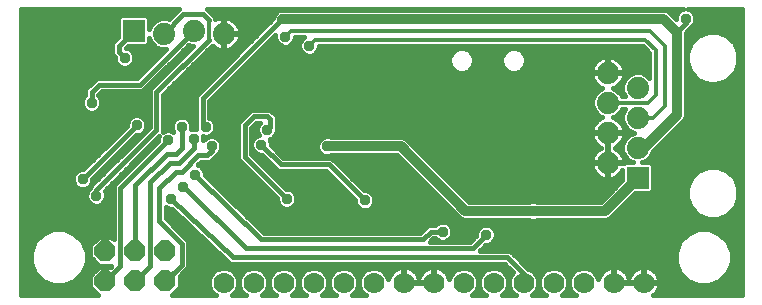
<source format=gbl>
G75*
G70*
%OFA0B0*%
%FSLAX24Y24*%
%IPPOS*%
%LPD*%
%AMOC8*
5,1,8,0,0,1.08239X$1,22.5*
%
%ADD10OC8,0.0700*%
%ADD11C,0.0700*%
%ADD12C,0.0740*%
%ADD13R,0.0740X0.0740*%
%ADD14C,0.0160*%
%ADD15C,0.0376*%
%ADD16C,0.0140*%
%ADD17C,0.0320*%
D10*
X005282Y002250D03*
X006282Y002250D03*
X007282Y002250D03*
X007282Y003250D03*
X006282Y003250D03*
X005282Y003250D03*
D11*
X009232Y002200D03*
X010232Y002200D03*
X011232Y002200D03*
X012232Y002200D03*
X013232Y002200D03*
X014232Y002200D03*
X015232Y002200D03*
X016232Y002200D03*
X017232Y002200D03*
X018232Y002200D03*
X019232Y002200D03*
X020232Y002200D03*
X021232Y002200D03*
X022232Y002200D03*
X023232Y002200D03*
D12*
X022032Y006200D03*
X023032Y006700D03*
X022032Y007200D03*
X023032Y007700D03*
X022032Y008200D03*
X023032Y008700D03*
X022032Y009200D03*
X009232Y010500D03*
X008232Y010600D03*
X007232Y010500D03*
D13*
X006232Y010600D03*
X023032Y005700D03*
D14*
X002462Y001780D02*
X002462Y011320D01*
X007741Y011320D01*
X007662Y011241D01*
X007402Y010981D01*
X007333Y011010D01*
X007130Y011010D01*
X006943Y010932D01*
X006799Y010789D01*
X006742Y010650D01*
X006742Y011028D01*
X006660Y011110D01*
X005804Y011110D01*
X005722Y011028D01*
X005722Y010401D01*
X005512Y010191D01*
X005512Y009809D01*
X005604Y009717D01*
X005604Y009635D01*
X005654Y009514D01*
X005746Y009422D01*
X005866Y009372D01*
X005997Y009372D01*
X006118Y009422D01*
X006210Y009514D01*
X006260Y009635D01*
X006260Y009765D01*
X006210Y009886D01*
X006118Y009978D01*
X005997Y010028D01*
X005971Y010028D01*
X006033Y010090D01*
X006660Y010090D01*
X006742Y010172D01*
X006742Y010350D01*
X006799Y010211D01*
X006943Y010068D01*
X007130Y009990D01*
X007311Y009990D01*
X006341Y009020D01*
X004991Y009020D01*
X004862Y008891D01*
X004612Y008641D01*
X004612Y008444D01*
X004554Y008386D01*
X004504Y008265D01*
X004504Y008135D01*
X004554Y008014D01*
X004646Y007922D01*
X004766Y007872D01*
X004897Y007872D01*
X005018Y007922D01*
X005110Y008014D01*
X005160Y008135D01*
X005160Y008265D01*
X005110Y008386D01*
X005052Y008444D01*
X005052Y008459D01*
X005173Y008580D01*
X006523Y008580D01*
X008061Y010119D01*
X008130Y010090D01*
X008211Y010090D01*
X006891Y008770D01*
X006762Y008641D01*
X006762Y007391D01*
X004891Y005520D01*
X004762Y005391D01*
X004762Y005344D01*
X004704Y005286D01*
X004654Y005165D01*
X004654Y005035D01*
X004704Y004914D01*
X004796Y004822D01*
X004916Y004772D01*
X005047Y004772D01*
X005168Y004822D01*
X005260Y004914D01*
X005310Y005035D01*
X005310Y005165D01*
X005265Y005273D01*
X007086Y007093D01*
X007054Y007015D01*
X007054Y006933D01*
X005691Y005570D01*
X005562Y005441D01*
X005562Y003663D01*
X005485Y003740D01*
X005079Y003740D01*
X004792Y003453D01*
X004792Y003047D01*
X005079Y002760D01*
X005481Y002760D01*
X005461Y002740D01*
X005079Y002740D01*
X004792Y002453D01*
X004792Y002047D01*
X005059Y001780D01*
X002462Y001780D01*
X002462Y001867D02*
X004972Y001867D01*
X004813Y002026D02*
X002462Y002026D01*
X002462Y002184D02*
X003392Y002184D01*
X003547Y002120D02*
X003917Y002120D01*
X004259Y002262D01*
X004520Y002523D01*
X004662Y002865D01*
X004662Y003235D01*
X004520Y003577D01*
X004259Y003838D01*
X003917Y003980D01*
X003547Y003980D01*
X003205Y003838D01*
X002943Y003577D01*
X002802Y003235D01*
X002802Y002865D01*
X002943Y002523D01*
X003205Y002262D01*
X003547Y002120D01*
X003124Y002343D02*
X002462Y002343D01*
X002462Y002501D02*
X002965Y002501D01*
X002887Y002660D02*
X002462Y002660D01*
X002462Y002818D02*
X002821Y002818D01*
X002802Y002977D02*
X002462Y002977D01*
X002462Y003135D02*
X002802Y003135D01*
X002826Y003294D02*
X002462Y003294D01*
X002462Y003452D02*
X002892Y003452D01*
X002977Y003611D02*
X002462Y003611D01*
X002462Y003769D02*
X003135Y003769D01*
X003420Y003928D02*
X002462Y003928D01*
X002462Y004086D02*
X005562Y004086D01*
X005562Y003928D02*
X004043Y003928D01*
X004328Y003769D02*
X005562Y003769D01*
X004949Y003611D02*
X004486Y003611D01*
X004572Y003452D02*
X004792Y003452D01*
X004792Y003294D02*
X004637Y003294D01*
X004662Y003135D02*
X004792Y003135D01*
X004862Y002977D02*
X004662Y002977D01*
X004642Y002818D02*
X005021Y002818D01*
X004998Y002660D02*
X004577Y002660D01*
X004498Y002501D02*
X004840Y002501D01*
X004792Y002343D02*
X004339Y002343D01*
X004071Y002184D02*
X004792Y002184D01*
X005282Y002250D02*
X005782Y002750D01*
X005782Y005350D01*
X007382Y006950D01*
X007054Y006939D02*
X006932Y006939D01*
X006901Y006781D02*
X006773Y006781D01*
X006743Y006622D02*
X006615Y006622D01*
X006584Y006464D02*
X006456Y006464D01*
X006426Y006305D02*
X006298Y006305D01*
X006267Y006147D02*
X006139Y006147D01*
X006109Y005988D02*
X005981Y005988D01*
X005950Y005830D02*
X005822Y005830D01*
X005792Y005671D02*
X005664Y005671D01*
X005633Y005513D02*
X005505Y005513D01*
X005562Y005354D02*
X005347Y005354D01*
X005297Y005196D02*
X005562Y005196D01*
X005562Y005037D02*
X005310Y005037D01*
X005224Y004879D02*
X005562Y004879D01*
X005562Y004720D02*
X002462Y004720D01*
X002462Y004562D02*
X005562Y004562D01*
X005562Y004403D02*
X002462Y004403D01*
X002462Y004245D02*
X005562Y004245D01*
X004739Y004879D02*
X002462Y004879D01*
X002462Y005037D02*
X004654Y005037D01*
X004666Y005196D02*
X002462Y005196D01*
X002462Y005354D02*
X004389Y005354D01*
X004346Y005372D02*
X004466Y005322D01*
X004597Y005322D01*
X004718Y005372D01*
X004810Y005464D01*
X004860Y005585D01*
X004860Y005667D01*
X006315Y007122D01*
X006397Y007122D01*
X006518Y007172D01*
X006610Y007264D01*
X006660Y007385D01*
X006660Y007515D01*
X006610Y007636D01*
X006518Y007728D01*
X006397Y007778D01*
X006266Y007778D01*
X006146Y007728D01*
X006054Y007636D01*
X006004Y007515D01*
X006004Y007433D01*
X004549Y005978D01*
X004466Y005978D01*
X004346Y005928D01*
X004254Y005836D01*
X004204Y005715D01*
X004204Y005585D01*
X004254Y005464D01*
X004346Y005372D01*
X004234Y005513D02*
X002462Y005513D01*
X002462Y005671D02*
X004204Y005671D01*
X004251Y005830D02*
X002462Y005830D01*
X002462Y005988D02*
X004559Y005988D01*
X004717Y006147D02*
X002462Y006147D01*
X002462Y006305D02*
X004876Y006305D01*
X005034Y006464D02*
X002462Y006464D01*
X002462Y006622D02*
X005193Y006622D01*
X005351Y006781D02*
X002462Y006781D01*
X002462Y006939D02*
X005510Y006939D01*
X005668Y007098D02*
X002462Y007098D01*
X002462Y007256D02*
X005827Y007256D01*
X005985Y007415D02*
X002462Y007415D01*
X002462Y007573D02*
X006028Y007573D01*
X006154Y007732D02*
X002462Y007732D01*
X002462Y007890D02*
X004723Y007890D01*
X004941Y007890D02*
X006762Y007890D01*
X006762Y007732D02*
X006509Y007732D01*
X006636Y007573D02*
X006762Y007573D01*
X006762Y007415D02*
X006660Y007415D01*
X006627Y007256D02*
X006602Y007256D01*
X006468Y007098D02*
X006290Y007098D01*
X006310Y006939D02*
X006132Y006939D01*
X006151Y006781D02*
X005973Y006781D01*
X005993Y006622D02*
X005815Y006622D01*
X005834Y006464D02*
X005656Y006464D01*
X005676Y006305D02*
X005498Y006305D01*
X005517Y006147D02*
X005339Y006147D01*
X005359Y005988D02*
X005181Y005988D01*
X005200Y005830D02*
X005022Y005830D01*
X005042Y005671D02*
X004864Y005671D01*
X004883Y005513D02*
X004830Y005513D01*
X004762Y005354D02*
X004675Y005354D01*
X004982Y005300D02*
X004982Y005100D01*
X004982Y005300D02*
X006982Y007300D01*
X006982Y008550D01*
X008732Y010300D01*
X008848Y010106D02*
X007202Y008459D01*
X007202Y007231D01*
X007316Y007278D01*
X007447Y007278D01*
X007544Y007238D01*
X007504Y007335D01*
X007504Y007465D01*
X007554Y007586D01*
X007646Y007678D01*
X007766Y007728D01*
X007897Y007728D01*
X008018Y007678D01*
X008110Y007586D01*
X008160Y007465D01*
X008160Y007335D01*
X008155Y007323D01*
X008166Y007328D01*
X008297Y007328D01*
X008308Y007323D01*
X008304Y007335D01*
X008304Y007465D01*
X008312Y007485D01*
X008312Y008437D01*
X008441Y008565D01*
X010825Y010950D01*
X010882Y011008D01*
X010882Y011060D01*
X008933Y011060D01*
X008952Y011041D02*
X008673Y011320D01*
X024547Y011320D01*
X024446Y011278D01*
X024354Y011186D01*
X024304Y011065D01*
X024304Y011002D01*
X024136Y011170D01*
X024052Y011254D01*
X023941Y011300D01*
X011122Y011300D01*
X011012Y011254D01*
X010927Y011170D01*
X010882Y011060D01*
X010976Y011219D02*
X008774Y011219D01*
X008532Y011150D02*
X008732Y010950D01*
X008952Y010975D02*
X008952Y011041D01*
X008952Y010975D02*
X009021Y011010D01*
X009103Y011036D01*
X009188Y011050D01*
X009212Y011050D01*
X009212Y010520D01*
X009252Y010520D01*
X009782Y010520D01*
X009782Y010543D01*
X009768Y010629D01*
X009741Y010711D01*
X009702Y010788D01*
X009651Y010858D01*
X009590Y010920D01*
X009520Y010970D01*
X009443Y011010D01*
X009361Y011036D01*
X009275Y011050D01*
X009252Y011050D01*
X009252Y010520D01*
X009252Y010480D01*
X009782Y010480D01*
X009782Y010457D01*
X009768Y010371D01*
X009741Y010289D01*
X009702Y010212D01*
X009651Y010142D01*
X009590Y010080D01*
X009520Y010030D01*
X009443Y009990D01*
X009361Y009964D01*
X009275Y009950D01*
X009252Y009950D01*
X009252Y010480D01*
X009212Y010480D01*
X009212Y009950D01*
X009188Y009950D01*
X009103Y009964D01*
X009021Y009990D01*
X008943Y010030D01*
X008873Y010080D01*
X008848Y010106D01*
X008693Y009951D02*
X009185Y009951D01*
X009212Y009951D02*
X009252Y009951D01*
X009278Y009951D02*
X009826Y009951D01*
X009984Y010109D02*
X009619Y010109D01*
X009731Y010268D02*
X010143Y010268D01*
X010301Y010426D02*
X009777Y010426D01*
X009775Y010585D02*
X010460Y010585D01*
X010618Y010743D02*
X009725Y010743D01*
X009608Y010902D02*
X010777Y010902D01*
X010982Y010795D02*
X008532Y008345D01*
X008532Y007500D01*
X008632Y007400D01*
X008752Y007705D02*
X008818Y007678D01*
X008910Y007586D01*
X008960Y007465D01*
X008960Y007335D01*
X008910Y007214D01*
X008818Y007122D01*
X008697Y007072D01*
X008566Y007072D01*
X008555Y007077D01*
X008560Y007065D01*
X008560Y006942D01*
X008646Y007028D01*
X008766Y007078D01*
X008897Y007078D01*
X009018Y007028D01*
X009110Y006936D01*
X009160Y006815D01*
X009160Y006685D01*
X009110Y006564D01*
X009018Y006472D01*
X009013Y006470D01*
X008902Y006359D01*
X008773Y006230D01*
X008473Y006230D01*
X008364Y006121D01*
X008468Y006078D01*
X008560Y005986D01*
X008610Y005865D01*
X008610Y005787D01*
X010571Y003870D01*
X015791Y003870D01*
X016041Y004120D01*
X016288Y004120D01*
X016346Y004178D01*
X016466Y004228D01*
X016597Y004228D01*
X016718Y004178D01*
X016810Y004086D01*
X016860Y003965D01*
X016860Y003835D01*
X016810Y003714D01*
X016718Y003622D01*
X016597Y003572D01*
X016466Y003572D01*
X016346Y003622D01*
X016288Y003680D01*
X016223Y003680D01*
X016113Y003570D01*
X017441Y003570D01*
X017654Y003783D01*
X017654Y003865D01*
X017704Y003986D01*
X017796Y004078D01*
X017916Y004128D01*
X018047Y004128D01*
X018168Y004078D01*
X018260Y003986D01*
X018310Y003865D01*
X018310Y003735D01*
X018260Y003614D01*
X018168Y003522D01*
X018047Y003472D01*
X017965Y003472D01*
X017763Y003270D01*
X018773Y003270D01*
X018902Y003141D01*
X019370Y002673D01*
X019509Y002615D01*
X019647Y002478D01*
X019722Y002297D01*
X019722Y002103D01*
X019647Y001922D01*
X019509Y001785D01*
X019498Y001780D01*
X019965Y001780D01*
X019954Y001785D01*
X019816Y001922D01*
X019742Y002103D01*
X019742Y002297D01*
X019816Y002478D01*
X019954Y002615D01*
X020134Y002690D01*
X020329Y002690D01*
X020509Y002615D01*
X020647Y002478D01*
X020722Y002297D01*
X020722Y002103D01*
X020647Y001922D01*
X020509Y001785D01*
X020498Y001780D01*
X020965Y001780D01*
X020954Y001785D01*
X020816Y001922D01*
X020742Y002103D01*
X020742Y002297D01*
X020816Y002478D01*
X020954Y002615D01*
X021134Y002690D01*
X021329Y002690D01*
X021509Y002615D01*
X021647Y002478D01*
X021714Y002317D01*
X021715Y002324D01*
X021741Y002403D01*
X021778Y002478D01*
X021827Y002545D01*
X021886Y002604D01*
X021954Y002653D01*
X022028Y002691D01*
X022108Y002717D01*
X022190Y002730D01*
X022212Y002730D01*
X022212Y002220D01*
X022252Y002220D01*
X022762Y002220D01*
X023212Y002220D01*
X023212Y002730D01*
X023190Y002730D01*
X023108Y002717D01*
X023028Y002691D01*
X022954Y002653D01*
X022886Y002604D01*
X022827Y002545D01*
X022778Y002478D01*
X022741Y002403D01*
X022732Y002376D01*
X022723Y002403D01*
X022685Y002478D01*
X022636Y002545D01*
X022577Y002604D01*
X022509Y002653D01*
X022435Y002691D01*
X022356Y002717D01*
X022273Y002730D01*
X022252Y002730D01*
X022252Y002220D01*
X022252Y002180D01*
X023212Y002180D01*
X023212Y002220D01*
X023252Y002220D01*
X023762Y002220D01*
X023762Y002242D01*
X023749Y002324D01*
X023723Y002403D01*
X023685Y002478D01*
X023636Y002545D01*
X023577Y002604D01*
X023509Y002653D01*
X023435Y002691D01*
X023356Y002717D01*
X023273Y002730D01*
X023252Y002730D01*
X023252Y002220D01*
X023252Y002180D01*
X023762Y002180D01*
X023762Y002158D01*
X023749Y002076D01*
X023723Y001997D01*
X023685Y001922D01*
X023636Y001855D01*
X023577Y001796D01*
X023555Y001780D01*
X026502Y001780D01*
X026502Y011320D01*
X024717Y011320D01*
X024818Y011278D01*
X024910Y011186D01*
X024960Y011065D01*
X024960Y010935D01*
X024910Y010814D01*
X024818Y010722D01*
X024813Y010720D01*
X024632Y010539D01*
X024632Y007740D01*
X024586Y007630D01*
X024502Y007546D01*
X023533Y006577D01*
X023464Y006411D01*
X023321Y006268D01*
X023181Y006210D01*
X023460Y006210D01*
X023542Y006128D01*
X023542Y005272D01*
X023460Y005190D01*
X022946Y005190D01*
X022186Y004430D01*
X022102Y004346D01*
X021991Y004300D01*
X019665Y004300D01*
X019597Y004272D01*
X019466Y004272D01*
X019399Y004300D01*
X017222Y004300D01*
X017112Y004346D01*
X015007Y006450D01*
X012815Y006450D01*
X012747Y006422D01*
X012616Y006422D01*
X012496Y006472D01*
X012404Y006564D01*
X012354Y006685D01*
X012354Y006815D01*
X012404Y006936D01*
X012496Y007028D01*
X012616Y007078D01*
X012747Y007078D01*
X012815Y007050D01*
X015191Y007050D01*
X015302Y007004D01*
X015386Y006920D01*
X015386Y006920D01*
X017406Y004900D01*
X019399Y004900D01*
X019466Y004928D01*
X019597Y004928D01*
X019665Y004900D01*
X021807Y004900D01*
X022522Y005614D01*
X022522Y005950D01*
X022502Y005912D01*
X022451Y005842D01*
X022390Y005780D01*
X022320Y005730D01*
X022243Y005690D01*
X022161Y005664D01*
X022075Y005650D01*
X022050Y005650D01*
X022050Y006182D01*
X022050Y006218D01*
X022582Y006218D01*
X022582Y006243D01*
X022568Y006329D01*
X022541Y006411D01*
X022502Y006488D01*
X022451Y006558D01*
X022390Y006620D01*
X022320Y006670D01*
X022262Y006700D01*
X022320Y006730D01*
X022390Y006780D01*
X022451Y006842D01*
X022502Y006912D01*
X022541Y006989D01*
X022568Y007071D01*
X022582Y007157D01*
X022582Y007182D01*
X022050Y007182D01*
X022050Y007218D01*
X022582Y007218D01*
X022582Y007243D01*
X022568Y007329D01*
X022541Y007411D01*
X022502Y007488D01*
X022451Y007558D01*
X022390Y007620D01*
X022320Y007670D01*
X022243Y007710D01*
X022208Y007721D01*
X022321Y007768D01*
X022464Y007911D01*
X022497Y007990D01*
X022600Y007990D01*
X022599Y007989D01*
X022522Y007801D01*
X022522Y007599D01*
X022599Y007411D01*
X022743Y007268D01*
X022906Y007200D01*
X022743Y007132D01*
X022599Y006989D01*
X022522Y006801D01*
X022522Y006599D01*
X022599Y006411D01*
X022743Y006268D01*
X022882Y006210D01*
X022604Y006210D01*
X022575Y006182D01*
X022050Y006182D01*
X022013Y006182D01*
X021482Y006182D01*
X021482Y006157D01*
X021495Y006071D01*
X021522Y005989D01*
X021561Y005912D01*
X021612Y005842D01*
X021673Y005780D01*
X021743Y005730D01*
X021821Y005690D01*
X021903Y005664D01*
X021988Y005650D01*
X022013Y005650D01*
X022013Y006182D01*
X022013Y006218D01*
X021482Y006218D01*
X021482Y006243D01*
X021495Y006329D01*
X021522Y006411D01*
X021561Y006488D01*
X021612Y006558D01*
X021673Y006620D01*
X021743Y006670D01*
X021802Y006700D01*
X021743Y006730D01*
X021673Y006780D01*
X021612Y006842D01*
X021561Y006912D01*
X021522Y006989D01*
X021495Y007071D01*
X021482Y007157D01*
X021482Y007182D01*
X022013Y007182D01*
X022013Y007218D01*
X021482Y007218D01*
X021482Y007243D01*
X021495Y007329D01*
X021522Y007411D01*
X021561Y007488D01*
X021612Y007558D01*
X021673Y007620D01*
X021743Y007670D01*
X021821Y007710D01*
X021855Y007721D01*
X021743Y007768D01*
X021599Y007911D01*
X021522Y008099D01*
X021522Y008301D01*
X021599Y008489D01*
X021743Y008632D01*
X021855Y008679D01*
X021821Y008690D01*
X021743Y008730D01*
X021673Y008780D01*
X021612Y008842D01*
X021561Y008912D01*
X021522Y008989D01*
X021495Y009071D01*
X021482Y009157D01*
X021482Y009182D01*
X022013Y009182D01*
X022013Y009218D01*
X021482Y009218D01*
X021482Y009243D01*
X021495Y009329D01*
X021522Y009411D01*
X021561Y009488D01*
X021612Y009558D01*
X021673Y009620D01*
X021743Y009670D01*
X021821Y009710D01*
X021903Y009736D01*
X021988Y009750D01*
X022013Y009750D01*
X022013Y009218D01*
X022050Y009218D01*
X022582Y009218D01*
X022582Y009243D01*
X022568Y009329D01*
X022541Y009411D01*
X022502Y009488D01*
X022451Y009558D01*
X022390Y009620D01*
X022320Y009670D01*
X022243Y009710D01*
X022161Y009736D01*
X022075Y009750D01*
X022050Y009750D01*
X022050Y009218D01*
X022050Y009182D01*
X022582Y009182D01*
X022582Y009157D01*
X022568Y009071D01*
X022541Y008989D01*
X022502Y008912D01*
X022451Y008842D01*
X022390Y008780D01*
X022320Y008730D01*
X022243Y008690D01*
X022208Y008679D01*
X022321Y008632D01*
X022464Y008489D01*
X022497Y008410D01*
X022600Y008410D01*
X022599Y008411D01*
X022522Y008599D01*
X022522Y008801D01*
X022599Y008989D01*
X022743Y009132D01*
X022930Y009210D01*
X023133Y009210D01*
X023321Y009132D01*
X023422Y009031D01*
X023422Y009863D01*
X023195Y010090D01*
X012410Y010090D01*
X012410Y010035D01*
X012360Y009914D01*
X012268Y009822D01*
X012147Y009772D01*
X012016Y009772D01*
X011896Y009822D01*
X011804Y009914D01*
X011754Y010035D01*
X011754Y010165D01*
X011804Y010286D01*
X011896Y010378D01*
X011924Y010390D01*
X011610Y010390D01*
X011610Y010335D01*
X011560Y010214D01*
X011468Y010122D01*
X011347Y010072D01*
X011216Y010072D01*
X011096Y010122D01*
X011004Y010214D01*
X010954Y010335D01*
X010954Y010456D01*
X008752Y008254D01*
X008752Y007705D01*
X008752Y007732D02*
X009902Y007732D01*
X009841Y007670D02*
X009712Y007541D01*
X009712Y006309D01*
X011004Y005017D01*
X011004Y004935D01*
X011054Y004814D01*
X011146Y004722D01*
X011266Y004672D01*
X011397Y004672D01*
X011518Y004722D01*
X011610Y004814D01*
X011660Y004935D01*
X011660Y005065D01*
X011610Y005186D01*
X011518Y005278D01*
X011397Y005328D01*
X011315Y005328D01*
X010152Y006491D01*
X010152Y007359D01*
X010323Y007530D01*
X010448Y007530D01*
X010404Y007486D01*
X010354Y007365D01*
X010354Y007235D01*
X010401Y007122D01*
X010296Y007078D01*
X010204Y006986D01*
X010154Y006865D01*
X010154Y006735D01*
X010204Y006614D01*
X010296Y006522D01*
X010416Y006472D01*
X010499Y006472D01*
X011041Y005930D01*
X012641Y005930D01*
X013604Y004967D01*
X013604Y004885D01*
X013654Y004764D01*
X013746Y004672D01*
X013866Y004622D01*
X013997Y004622D01*
X014118Y004672D01*
X014210Y004764D01*
X014260Y004885D01*
X014260Y005015D01*
X014210Y005136D01*
X014118Y005228D01*
X013997Y005278D01*
X013915Y005278D01*
X012952Y006241D01*
X012823Y006370D01*
X011223Y006370D01*
X010810Y006783D01*
X010810Y006865D01*
X010763Y006978D01*
X010868Y007022D01*
X010960Y007114D01*
X011010Y007235D01*
X011010Y007365D01*
X011002Y007385D01*
X011002Y007741D01*
X010902Y007841D01*
X010773Y007970D01*
X010141Y007970D01*
X009841Y007670D01*
X009744Y007573D02*
X008915Y007573D01*
X008960Y007415D02*
X009712Y007415D01*
X009712Y007256D02*
X008927Y007256D01*
X008759Y007098D02*
X009712Y007098D01*
X009712Y006939D02*
X009107Y006939D01*
X009160Y006781D02*
X009712Y006781D01*
X009712Y006622D02*
X009134Y006622D01*
X009006Y006464D02*
X009712Y006464D01*
X009716Y006305D02*
X008848Y006305D01*
X008682Y006450D02*
X008382Y006450D01*
X007832Y005900D01*
X007632Y005900D01*
X007082Y005350D01*
X007082Y004250D01*
X007832Y003500D01*
X007832Y002800D01*
X007282Y002250D01*
X007772Y002184D02*
X008742Y002184D01*
X008742Y002103D02*
X008742Y002297D01*
X008816Y002478D01*
X008954Y002615D01*
X009134Y002690D01*
X009329Y002690D01*
X009509Y002615D01*
X009647Y002478D01*
X009722Y002297D01*
X009722Y002103D01*
X009647Y001922D01*
X009509Y001785D01*
X009498Y001780D01*
X009965Y001780D01*
X009954Y001785D01*
X009816Y001922D01*
X009742Y002103D01*
X009742Y002297D01*
X009816Y002478D01*
X009954Y002615D01*
X010134Y002690D01*
X010329Y002690D01*
X010509Y002615D01*
X010647Y002478D01*
X010722Y002297D01*
X010722Y002103D01*
X010647Y001922D01*
X010509Y001785D01*
X010498Y001780D01*
X010965Y001780D01*
X010954Y001785D01*
X010816Y001922D01*
X010742Y002103D01*
X010742Y002297D01*
X010816Y002478D01*
X010954Y002615D01*
X011134Y002690D01*
X011329Y002690D01*
X011509Y002615D01*
X011647Y002478D01*
X011722Y002297D01*
X011722Y002103D01*
X011647Y001922D01*
X011509Y001785D01*
X011498Y001780D01*
X011965Y001780D01*
X011954Y001785D01*
X011816Y001922D01*
X011742Y002103D01*
X011742Y002297D01*
X011816Y002478D01*
X011954Y002615D01*
X012134Y002690D01*
X012329Y002690D01*
X012509Y002615D01*
X012647Y002478D01*
X012722Y002297D01*
X012722Y002103D01*
X012647Y001922D01*
X012509Y001785D01*
X012498Y001780D01*
X012965Y001780D01*
X012954Y001785D01*
X012816Y001922D01*
X012742Y002103D01*
X012742Y002297D01*
X012816Y002478D01*
X012954Y002615D01*
X013134Y002690D01*
X013329Y002690D01*
X013509Y002615D01*
X013647Y002478D01*
X013722Y002297D01*
X013722Y002103D01*
X013647Y001922D01*
X013509Y001785D01*
X013498Y001780D01*
X013965Y001780D01*
X013954Y001785D01*
X013816Y001922D01*
X013742Y002103D01*
X013742Y002297D01*
X013816Y002478D01*
X013954Y002615D01*
X014134Y002690D01*
X014329Y002690D01*
X014509Y002615D01*
X014647Y002478D01*
X014714Y002317D01*
X014715Y002324D01*
X014741Y002403D01*
X014778Y002478D01*
X014827Y002545D01*
X014886Y002604D01*
X014954Y002653D01*
X015028Y002691D01*
X015108Y002717D01*
X015190Y002730D01*
X015212Y002730D01*
X015212Y002220D01*
X015252Y002220D01*
X015702Y002220D01*
X016212Y002220D01*
X016212Y002730D01*
X016190Y002730D01*
X016108Y002717D01*
X016028Y002691D01*
X015954Y002653D01*
X015886Y002604D01*
X015827Y002545D01*
X015778Y002478D01*
X015741Y002403D01*
X015732Y002376D01*
X015723Y002403D01*
X015685Y002478D01*
X015636Y002545D01*
X015577Y002604D01*
X015509Y002653D01*
X015435Y002691D01*
X015356Y002717D01*
X015273Y002730D01*
X015252Y002730D01*
X015252Y002220D01*
X015252Y002180D01*
X016212Y002180D01*
X016212Y002220D01*
X016252Y002220D01*
X016252Y002730D01*
X016273Y002730D01*
X016356Y002717D01*
X016435Y002691D01*
X016509Y002653D01*
X016577Y002604D01*
X016636Y002545D01*
X016685Y002478D01*
X016723Y002403D01*
X016749Y002324D01*
X016750Y002317D01*
X016816Y002478D01*
X016954Y002615D01*
X017134Y002690D01*
X017329Y002690D01*
X017509Y002615D01*
X017647Y002478D01*
X017722Y002297D01*
X017722Y002103D01*
X017647Y001922D01*
X017509Y001785D01*
X017498Y001780D01*
X017965Y001780D01*
X017954Y001785D01*
X017816Y001922D01*
X017742Y002103D01*
X017742Y002297D01*
X017816Y002478D01*
X017954Y002615D01*
X018134Y002690D01*
X018329Y002690D01*
X018509Y002615D01*
X018647Y002478D01*
X018722Y002297D01*
X018722Y002103D01*
X018647Y001922D01*
X018509Y001785D01*
X018498Y001780D01*
X018965Y001780D01*
X018954Y001785D01*
X018816Y001922D01*
X018742Y002103D01*
X018742Y002297D01*
X018816Y002478D01*
X018880Y002541D01*
X018591Y002830D01*
X009534Y002830D01*
X009446Y002828D01*
X009444Y002830D01*
X009441Y002830D01*
X009378Y002893D01*
X007507Y004672D01*
X007416Y004672D01*
X007302Y004719D01*
X007302Y004341D01*
X007923Y003720D01*
X007923Y003720D01*
X008052Y003591D01*
X008052Y002709D01*
X007923Y002580D01*
X007923Y002580D01*
X007772Y002429D01*
X007772Y002047D01*
X007505Y001780D01*
X008965Y001780D01*
X008954Y001785D01*
X008816Y001922D01*
X008742Y002103D01*
X008774Y002026D02*
X007750Y002026D01*
X007592Y001867D02*
X008872Y001867D01*
X008760Y002343D02*
X007772Y002343D01*
X007844Y002501D02*
X008840Y002501D01*
X009061Y002660D02*
X008002Y002660D01*
X008052Y002818D02*
X018603Y002818D01*
X018761Y002660D02*
X018403Y002660D01*
X018624Y002501D02*
X018840Y002501D01*
X018760Y002343D02*
X018703Y002343D01*
X018722Y002184D02*
X018742Y002184D01*
X018774Y002026D02*
X018690Y002026D01*
X018592Y001867D02*
X018872Y001867D01*
X019232Y002200D02*
X019232Y002500D01*
X018682Y003050D01*
X009532Y003050D01*
X007482Y005000D01*
X007623Y004562D02*
X007302Y004562D01*
X007302Y004403D02*
X007790Y004403D01*
X007957Y004245D02*
X007398Y004245D01*
X007557Y004086D02*
X008123Y004086D01*
X008290Y003928D02*
X007715Y003928D01*
X007874Y003769D02*
X008457Y003769D01*
X008623Y003611D02*
X008032Y003611D01*
X008052Y003452D02*
X008790Y003452D01*
X008957Y003294D02*
X008052Y003294D01*
X008052Y003135D02*
X009123Y003135D01*
X009290Y002977D02*
X008052Y002977D01*
X006782Y002750D02*
X006282Y002250D01*
X006782Y002750D02*
X006782Y005550D01*
X007432Y006200D01*
X007732Y006200D01*
X008232Y006700D01*
X008232Y007000D01*
X007832Y006700D02*
X007632Y006500D01*
X007332Y006500D01*
X006282Y005450D01*
X006282Y003250D01*
X009403Y002660D02*
X010061Y002660D01*
X009840Y002501D02*
X009624Y002501D01*
X009703Y002343D02*
X009760Y002343D01*
X009742Y002184D02*
X009722Y002184D01*
X009690Y002026D02*
X009774Y002026D01*
X009872Y001867D02*
X009592Y001867D01*
X010592Y001867D02*
X010872Y001867D01*
X010774Y002026D02*
X010690Y002026D01*
X010722Y002184D02*
X010742Y002184D01*
X010760Y002343D02*
X010703Y002343D01*
X010624Y002501D02*
X010840Y002501D01*
X011061Y002660D02*
X010403Y002660D01*
X011403Y002660D02*
X012061Y002660D01*
X011840Y002501D02*
X011624Y002501D01*
X011703Y002343D02*
X011760Y002343D01*
X011742Y002184D02*
X011722Y002184D01*
X011690Y002026D02*
X011774Y002026D01*
X011872Y001867D02*
X011592Y001867D01*
X012592Y001867D02*
X012872Y001867D01*
X012774Y002026D02*
X012690Y002026D01*
X012722Y002184D02*
X012742Y002184D01*
X012760Y002343D02*
X012703Y002343D01*
X012624Y002501D02*
X012840Y002501D01*
X013061Y002660D02*
X012403Y002660D01*
X013403Y002660D02*
X014061Y002660D01*
X013840Y002501D02*
X013624Y002501D01*
X013703Y002343D02*
X013760Y002343D01*
X013742Y002184D02*
X013722Y002184D01*
X013690Y002026D02*
X013774Y002026D01*
X013872Y001867D02*
X013592Y001867D01*
X014624Y002501D02*
X014795Y002501D01*
X014721Y002343D02*
X014703Y002343D01*
X014966Y002660D02*
X014403Y002660D01*
X015212Y002660D02*
X015252Y002660D01*
X015252Y002501D02*
X015212Y002501D01*
X015212Y002343D02*
X015252Y002343D01*
X015252Y002184D02*
X016212Y002184D01*
X016212Y002343D02*
X016252Y002343D01*
X016252Y002501D02*
X016212Y002501D01*
X016212Y002660D02*
X016252Y002660D01*
X016497Y002660D02*
X017061Y002660D01*
X016840Y002501D02*
X016668Y002501D01*
X016743Y002343D02*
X016760Y002343D01*
X017403Y002660D02*
X018061Y002660D01*
X017840Y002501D02*
X017624Y002501D01*
X017703Y002343D02*
X017760Y002343D01*
X017742Y002184D02*
X017722Y002184D01*
X017690Y002026D02*
X017774Y002026D01*
X017872Y001867D02*
X017592Y001867D01*
X015966Y002660D02*
X015497Y002660D01*
X015668Y002501D02*
X015795Y002501D01*
X017532Y003350D02*
X017982Y003800D01*
X018284Y003928D02*
X024920Y003928D01*
X025047Y003980D02*
X024705Y003838D01*
X024443Y003577D01*
X024302Y003235D01*
X024302Y002865D01*
X024443Y002523D01*
X024705Y002262D01*
X025047Y002120D01*
X025417Y002120D01*
X025759Y002262D01*
X026020Y002523D01*
X026162Y002865D01*
X026162Y003235D01*
X026020Y003577D01*
X025759Y003838D01*
X025417Y003980D01*
X025047Y003980D01*
X024635Y003769D02*
X018310Y003769D01*
X018256Y003611D02*
X024477Y003611D01*
X024392Y003452D02*
X017945Y003452D01*
X017786Y003294D02*
X024326Y003294D01*
X024302Y003135D02*
X018908Y003135D01*
X019066Y002977D02*
X024302Y002977D01*
X024321Y002818D02*
X019225Y002818D01*
X019403Y002660D02*
X020061Y002660D01*
X019840Y002501D02*
X019624Y002501D01*
X019703Y002343D02*
X019760Y002343D01*
X019742Y002184D02*
X019722Y002184D01*
X019690Y002026D02*
X019774Y002026D01*
X019872Y001867D02*
X019592Y001867D01*
X020592Y001867D02*
X020872Y001867D01*
X020774Y002026D02*
X020690Y002026D01*
X020722Y002184D02*
X020742Y002184D01*
X020760Y002343D02*
X020703Y002343D01*
X020624Y002501D02*
X020840Y002501D01*
X021061Y002660D02*
X020403Y002660D01*
X021403Y002660D02*
X021966Y002660D01*
X021795Y002501D02*
X021624Y002501D01*
X021703Y002343D02*
X021721Y002343D01*
X022212Y002343D02*
X022252Y002343D01*
X022252Y002501D02*
X022212Y002501D01*
X022212Y002660D02*
X022252Y002660D01*
X022497Y002660D02*
X022966Y002660D01*
X022795Y002501D02*
X022668Y002501D01*
X022252Y002184D02*
X023212Y002184D01*
X023252Y002184D02*
X024892Y002184D01*
X024624Y002343D02*
X023743Y002343D01*
X023668Y002501D02*
X024465Y002501D01*
X024387Y002660D02*
X023497Y002660D01*
X023252Y002660D02*
X023212Y002660D01*
X023212Y002501D02*
X023252Y002501D01*
X023252Y002343D02*
X023212Y002343D01*
X023732Y002026D02*
X026502Y002026D01*
X026502Y002184D02*
X025571Y002184D01*
X025839Y002343D02*
X026502Y002343D01*
X026502Y002501D02*
X025998Y002501D01*
X026077Y002660D02*
X026502Y002660D01*
X026502Y002818D02*
X026142Y002818D01*
X026162Y002977D02*
X026502Y002977D01*
X026502Y003135D02*
X026162Y003135D01*
X026137Y003294D02*
X026502Y003294D01*
X026502Y003452D02*
X026072Y003452D01*
X025986Y003611D02*
X026502Y003611D01*
X026502Y003769D02*
X025828Y003769D01*
X025543Y003928D02*
X026502Y003928D01*
X026502Y004086D02*
X018149Y004086D01*
X017815Y004086D02*
X016810Y004086D01*
X016860Y003928D02*
X017679Y003928D01*
X017640Y003769D02*
X016833Y003769D01*
X016690Y003611D02*
X017481Y003611D01*
X017532Y003350D02*
X009982Y003350D01*
X007932Y005350D01*
X007882Y005400D01*
X008282Y005800D02*
X010482Y003650D01*
X015882Y003650D01*
X016132Y003900D01*
X016532Y003900D01*
X016373Y003611D02*
X016153Y003611D01*
X015848Y003928D02*
X010513Y003928D01*
X010350Y004086D02*
X016007Y004086D01*
X016896Y004562D02*
X009864Y004562D01*
X009702Y004720D02*
X011150Y004720D01*
X011027Y004879D02*
X009539Y004879D01*
X009377Y005037D02*
X010984Y005037D01*
X010825Y005196D02*
X009215Y005196D01*
X009053Y005354D02*
X010667Y005354D01*
X010508Y005513D02*
X008891Y005513D01*
X008728Y005671D02*
X010350Y005671D01*
X010191Y005830D02*
X008610Y005830D01*
X008558Y005988D02*
X010033Y005988D01*
X009874Y006147D02*
X008389Y006147D01*
X008682Y006450D02*
X008832Y006600D01*
X008832Y006750D01*
X007832Y006700D02*
X007832Y007400D01*
X008160Y007415D02*
X008304Y007415D01*
X008312Y007573D02*
X008115Y007573D01*
X008312Y007732D02*
X007202Y007732D01*
X007202Y007890D02*
X008312Y007890D01*
X008312Y008049D02*
X007202Y008049D01*
X007202Y008207D02*
X008312Y008207D01*
X008312Y008366D02*
X007202Y008366D01*
X007267Y008524D02*
X008399Y008524D01*
X008558Y008683D02*
X007425Y008683D01*
X007584Y008841D02*
X008716Y008841D01*
X008875Y009000D02*
X007742Y009000D01*
X007901Y009158D02*
X009033Y009158D01*
X009192Y009317D02*
X008059Y009317D01*
X008218Y009475D02*
X009350Y009475D01*
X009509Y009634D02*
X008376Y009634D01*
X008535Y009792D02*
X009667Y009792D01*
X010131Y009634D02*
X016758Y009634D01*
X016758Y009687D02*
X016758Y009525D01*
X016820Y009376D01*
X016935Y009261D01*
X017085Y009199D01*
X017247Y009199D01*
X017396Y009261D01*
X017511Y009376D01*
X017573Y009525D01*
X017573Y009687D01*
X017511Y009837D01*
X017396Y009951D01*
X017247Y010013D01*
X017085Y010013D01*
X016935Y009951D01*
X016820Y009837D01*
X016758Y009687D01*
X016802Y009792D02*
X012196Y009792D01*
X011968Y009792D02*
X010289Y009792D01*
X010448Y009951D02*
X011788Y009951D01*
X011754Y010109D02*
X011437Y010109D01*
X011582Y010268D02*
X011796Y010268D01*
X012375Y009951D02*
X016934Y009951D01*
X017397Y009951D02*
X018666Y009951D01*
X018667Y009951D02*
X018553Y009837D01*
X018491Y009687D01*
X018491Y009525D01*
X018553Y009376D01*
X018667Y009261D01*
X018817Y009199D01*
X018979Y009199D01*
X019128Y009261D01*
X019243Y009376D01*
X019305Y009525D01*
X019305Y009687D01*
X019243Y009837D01*
X019128Y009951D01*
X018979Y010013D01*
X018817Y010013D01*
X018667Y009951D01*
X018534Y009792D02*
X017529Y009792D01*
X017573Y009634D02*
X018491Y009634D01*
X018512Y009475D02*
X017552Y009475D01*
X017452Y009317D02*
X018612Y009317D01*
X019184Y009317D02*
X021493Y009317D01*
X021482Y009158D02*
X009655Y009158D01*
X009497Y009000D02*
X021519Y009000D01*
X021613Y008841D02*
X009338Y008841D01*
X009180Y008683D02*
X021845Y008683D01*
X021634Y008524D02*
X009021Y008524D01*
X008863Y008366D02*
X021548Y008366D01*
X021522Y008207D02*
X008752Y008207D01*
X008752Y008049D02*
X021542Y008049D01*
X021620Y007890D02*
X010853Y007890D01*
X011002Y007732D02*
X021830Y007732D01*
X021627Y007573D02*
X011002Y007573D01*
X011002Y007415D02*
X021524Y007415D01*
X021484Y007256D02*
X011010Y007256D01*
X010943Y007098D02*
X021491Y007098D01*
X021547Y006939D02*
X015367Y006939D01*
X015525Y006781D02*
X021673Y006781D01*
X021677Y006622D02*
X015684Y006622D01*
X015842Y006464D02*
X021549Y006464D01*
X021491Y006305D02*
X016001Y006305D01*
X016159Y006147D02*
X021483Y006147D01*
X021522Y005988D02*
X016318Y005988D01*
X016476Y005830D02*
X021624Y005830D01*
X021880Y005671D02*
X016635Y005671D01*
X016793Y005513D02*
X022420Y005513D01*
X022522Y005671D02*
X022183Y005671D01*
X022050Y005671D02*
X022013Y005671D01*
X022013Y005830D02*
X022050Y005830D01*
X022050Y005988D02*
X022013Y005988D01*
X022013Y006147D02*
X022050Y006147D01*
X022050Y006218D02*
X022013Y006218D01*
X022013Y006750D01*
X022013Y007182D01*
X022050Y007182D01*
X022050Y006218D01*
X022050Y006305D02*
X022013Y006305D01*
X022013Y006464D02*
X022050Y006464D01*
X022050Y006622D02*
X022013Y006622D01*
X022013Y006781D02*
X022050Y006781D01*
X022050Y006939D02*
X022013Y006939D01*
X022013Y007098D02*
X022050Y007098D01*
X022390Y006781D02*
X022522Y006781D01*
X022516Y006939D02*
X022579Y006939D01*
X022572Y007098D02*
X022708Y007098D01*
X022771Y007256D02*
X022580Y007256D01*
X022598Y007415D02*
X022540Y007415D01*
X022532Y007573D02*
X022437Y007573D01*
X022522Y007732D02*
X022233Y007732D01*
X022443Y007890D02*
X022558Y007890D01*
X022553Y008524D02*
X022429Y008524D01*
X022522Y008683D02*
X022219Y008683D01*
X022451Y008841D02*
X022538Y008841D01*
X022545Y009000D02*
X022610Y009000D01*
X022582Y009158D02*
X022805Y009158D01*
X022570Y009317D02*
X023422Y009317D01*
X023422Y009475D02*
X022509Y009475D01*
X022371Y009634D02*
X023422Y009634D01*
X023422Y009792D02*
X019262Y009792D01*
X019305Y009634D02*
X021693Y009634D01*
X021555Y009475D02*
X019284Y009475D01*
X019129Y009951D02*
X023334Y009951D01*
X024332Y010550D02*
X024632Y010850D01*
X024632Y011000D01*
X024946Y010902D02*
X026502Y010902D01*
X026502Y011060D02*
X024960Y011060D01*
X024877Y011219D02*
X026502Y011219D01*
X026502Y010743D02*
X024839Y010743D01*
X024677Y010585D02*
X026502Y010585D01*
X026502Y010426D02*
X026022Y010426D01*
X026019Y010429D02*
X025703Y010560D01*
X025361Y010560D01*
X025045Y010429D01*
X024803Y010187D01*
X024672Y009871D01*
X024672Y009529D01*
X024803Y009213D01*
X025045Y008971D01*
X025361Y008840D01*
X025703Y008840D01*
X026019Y008971D01*
X026261Y009213D01*
X026392Y009529D01*
X026392Y009871D01*
X026261Y010187D01*
X026019Y010429D01*
X026180Y010268D02*
X026502Y010268D01*
X026502Y010109D02*
X026293Y010109D01*
X026359Y009951D02*
X026502Y009951D01*
X026502Y009792D02*
X026392Y009792D01*
X026392Y009634D02*
X026502Y009634D01*
X026502Y009475D02*
X026369Y009475D01*
X026304Y009317D02*
X026502Y009317D01*
X026502Y009158D02*
X026206Y009158D01*
X026047Y009000D02*
X026502Y009000D01*
X026502Y008841D02*
X025705Y008841D01*
X025358Y008841D02*
X024632Y008841D01*
X024632Y008683D02*
X026502Y008683D01*
X026502Y008524D02*
X024632Y008524D01*
X024632Y008366D02*
X026502Y008366D01*
X026502Y008207D02*
X024632Y008207D01*
X024632Y008049D02*
X026502Y008049D01*
X026502Y007890D02*
X024632Y007890D01*
X024628Y007732D02*
X026502Y007732D01*
X026502Y007573D02*
X024529Y007573D01*
X024370Y007415D02*
X026502Y007415D01*
X026502Y007256D02*
X024212Y007256D01*
X024053Y007098D02*
X026502Y007098D01*
X026502Y006939D02*
X023895Y006939D01*
X023736Y006781D02*
X026502Y006781D01*
X026502Y006622D02*
X023578Y006622D01*
X023486Y006464D02*
X026502Y006464D01*
X026502Y006305D02*
X023358Y006305D01*
X023523Y006147D02*
X026502Y006147D01*
X026502Y005988D02*
X025876Y005988D01*
X026019Y005929D02*
X025703Y006060D01*
X025361Y006060D01*
X025045Y005929D01*
X024803Y005687D01*
X024672Y005371D01*
X024672Y005029D01*
X024803Y004713D01*
X025045Y004471D01*
X025361Y004340D01*
X025703Y004340D01*
X026019Y004471D01*
X026261Y004713D01*
X026392Y005029D01*
X026392Y005371D01*
X026261Y005687D01*
X026019Y005929D01*
X026118Y005830D02*
X026502Y005830D01*
X026502Y005671D02*
X026267Y005671D01*
X026333Y005513D02*
X026502Y005513D01*
X026502Y005354D02*
X026392Y005354D01*
X026392Y005196D02*
X026502Y005196D01*
X026502Y005037D02*
X026392Y005037D01*
X026329Y004879D02*
X026502Y004879D01*
X026502Y004720D02*
X026264Y004720D01*
X026109Y004562D02*
X026502Y004562D01*
X026502Y004403D02*
X025855Y004403D01*
X025209Y004403D02*
X022159Y004403D01*
X022317Y004562D02*
X024954Y004562D01*
X024800Y004720D02*
X022476Y004720D01*
X022634Y004879D02*
X024734Y004879D01*
X024672Y005037D02*
X022793Y005037D01*
X022261Y005354D02*
X016952Y005354D01*
X017110Y005196D02*
X022103Y005196D01*
X021944Y005037D02*
X017269Y005037D01*
X016737Y004720D02*
X014166Y004720D01*
X014257Y004879D02*
X016579Y004879D01*
X016420Y005037D02*
X014251Y005037D01*
X014150Y005196D02*
X016262Y005196D01*
X016103Y005354D02*
X013839Y005354D01*
X013680Y005513D02*
X015945Y005513D01*
X015786Y005671D02*
X013522Y005671D01*
X013363Y005830D02*
X015628Y005830D01*
X015469Y005988D02*
X013205Y005988D01*
X013046Y006147D02*
X015311Y006147D01*
X015152Y006305D02*
X012888Y006305D01*
X012732Y006150D02*
X011132Y006150D01*
X010482Y006800D01*
X010779Y006939D02*
X012407Y006939D01*
X012354Y006781D02*
X010812Y006781D01*
X010971Y006622D02*
X012380Y006622D01*
X012516Y006464D02*
X011129Y006464D01*
X010824Y006147D02*
X010496Y006147D01*
X010338Y006305D02*
X010666Y006305D01*
X010507Y006464D02*
X010179Y006464D01*
X010200Y006622D02*
X010152Y006622D01*
X010152Y006781D02*
X010154Y006781D01*
X010152Y006939D02*
X010184Y006939D01*
X010152Y007098D02*
X010343Y007098D01*
X010354Y007256D02*
X010152Y007256D01*
X010207Y007415D02*
X010374Y007415D01*
X010682Y007300D02*
X010782Y007400D01*
X010782Y007650D01*
X010682Y007750D01*
X010232Y007750D01*
X009932Y007450D01*
X009932Y006400D01*
X011332Y005000D01*
X011637Y004879D02*
X013606Y004879D01*
X013534Y005037D02*
X011660Y005037D01*
X011600Y005196D02*
X013375Y005196D01*
X013217Y005354D02*
X011289Y005354D01*
X011130Y005513D02*
X013058Y005513D01*
X012900Y005671D02*
X010972Y005671D01*
X010813Y005830D02*
X012741Y005830D01*
X012732Y006150D02*
X013932Y004950D01*
X013698Y004720D02*
X011513Y004720D01*
X010188Y004245D02*
X026502Y004245D01*
X024672Y005196D02*
X023465Y005196D01*
X023542Y005354D02*
X024672Y005354D01*
X024730Y005513D02*
X023542Y005513D01*
X023542Y005671D02*
X024796Y005671D01*
X024945Y005830D02*
X023542Y005830D01*
X023542Y005988D02*
X025187Y005988D01*
X022705Y006305D02*
X022572Y006305D01*
X022578Y006464D02*
X022515Y006464D01*
X022522Y006622D02*
X022387Y006622D01*
X022439Y005830D02*
X022522Y005830D01*
X024632Y009000D02*
X025016Y009000D01*
X024858Y009158D02*
X024632Y009158D01*
X024632Y009317D02*
X024760Y009317D01*
X024694Y009475D02*
X024632Y009475D01*
X024632Y009634D02*
X024672Y009634D01*
X024672Y009792D02*
X024632Y009792D01*
X024632Y009951D02*
X024705Y009951D01*
X024770Y010109D02*
X024632Y010109D01*
X024632Y010268D02*
X024883Y010268D01*
X025042Y010426D02*
X024632Y010426D01*
X024304Y011060D02*
X024246Y011060D01*
X024386Y011219D02*
X024087Y011219D01*
X022050Y009634D02*
X022013Y009634D01*
X022013Y009475D02*
X022050Y009475D01*
X022050Y009317D02*
X022013Y009317D01*
X023259Y009158D02*
X023422Y009158D01*
X016880Y009317D02*
X009814Y009317D01*
X009972Y009475D02*
X016779Y009475D01*
X011127Y010109D02*
X010606Y010109D01*
X010765Y010268D02*
X010981Y010268D01*
X010954Y010426D02*
X010923Y010426D01*
X010982Y010795D02*
X011182Y011000D01*
X009252Y010902D02*
X009212Y010902D01*
X009212Y010743D02*
X009252Y010743D01*
X009252Y010585D02*
X009212Y010585D01*
X009212Y010426D02*
X009252Y010426D01*
X009252Y010268D02*
X009212Y010268D01*
X009212Y010109D02*
X009252Y010109D01*
X008232Y010600D02*
X006432Y008800D01*
X005082Y008800D01*
X004832Y008550D01*
X004832Y008200D01*
X005160Y008207D02*
X006762Y008207D01*
X006762Y008049D02*
X005124Y008049D01*
X005118Y008366D02*
X006762Y008366D01*
X006762Y008524D02*
X005117Y008524D01*
X004812Y008841D02*
X002462Y008841D01*
X002462Y008683D02*
X004653Y008683D01*
X004612Y008524D02*
X002462Y008524D01*
X002462Y008366D02*
X004545Y008366D01*
X004504Y008207D02*
X002462Y008207D01*
X002462Y008049D02*
X004539Y008049D01*
X004970Y009000D02*
X002462Y009000D01*
X002462Y009158D02*
X006479Y009158D01*
X006637Y009317D02*
X002462Y009317D01*
X002462Y009475D02*
X005693Y009475D01*
X005604Y009634D02*
X002462Y009634D01*
X002462Y009792D02*
X005529Y009792D01*
X005512Y009951D02*
X002462Y009951D01*
X002462Y010109D02*
X005512Y010109D01*
X005588Y010268D02*
X002462Y010268D01*
X002462Y010426D02*
X005722Y010426D01*
X005722Y010585D02*
X002462Y010585D01*
X002462Y010743D02*
X005722Y010743D01*
X005722Y010902D02*
X002462Y010902D01*
X002462Y011060D02*
X005754Y011060D01*
X006232Y010600D02*
X005732Y010100D01*
X005732Y009900D01*
X005932Y009700D01*
X006171Y009475D02*
X006796Y009475D01*
X006954Y009634D02*
X006259Y009634D01*
X006249Y009792D02*
X007113Y009792D01*
X007271Y009951D02*
X006145Y009951D01*
X006679Y010109D02*
X006901Y010109D01*
X006776Y010268D02*
X006742Y010268D01*
X007232Y010500D02*
X007882Y011150D01*
X008532Y011150D01*
X007639Y011219D02*
X002462Y011219D01*
X006710Y011060D02*
X007481Y011060D01*
X006912Y010902D02*
X006742Y010902D01*
X006742Y010743D02*
X006780Y010743D01*
X008052Y010109D02*
X008084Y010109D01*
X008071Y009951D02*
X007893Y009951D01*
X007913Y009792D02*
X007735Y009792D01*
X007754Y009634D02*
X007576Y009634D01*
X007596Y009475D02*
X007418Y009475D01*
X007437Y009317D02*
X007259Y009317D01*
X007279Y009158D02*
X007101Y009158D01*
X007120Y009000D02*
X006942Y009000D01*
X006962Y008841D02*
X006784Y008841D01*
X006803Y008683D02*
X006625Y008683D01*
X007202Y007573D02*
X007548Y007573D01*
X007504Y007415D02*
X007202Y007415D01*
X007202Y007256D02*
X007263Y007256D01*
X007500Y007256D02*
X007536Y007256D01*
X006332Y007450D02*
X004532Y005650D01*
X008752Y007890D02*
X010061Y007890D01*
X010655Y005988D02*
X010983Y005988D01*
X010026Y004403D02*
X017054Y004403D01*
X023645Y001867D02*
X026502Y001867D01*
D15*
X022682Y003500D03*
X019532Y004600D03*
X017982Y003800D03*
X016532Y003900D03*
X013932Y004950D03*
X011332Y005000D03*
X008282Y005800D03*
X007882Y005400D03*
X007482Y005000D03*
X004982Y005100D03*
X004532Y005650D03*
X002932Y004400D03*
X007382Y006950D03*
X007832Y007400D03*
X008632Y007400D03*
X008232Y007000D03*
X008832Y006750D03*
X010482Y006800D03*
X010682Y007300D03*
X012682Y006750D03*
X013382Y008750D03*
X014382Y008750D03*
X015732Y009750D03*
X012082Y010100D03*
X011282Y010400D03*
X005932Y009700D03*
X004232Y008750D03*
X004832Y008200D03*
X006332Y007450D03*
X008382Y002950D03*
X017032Y006950D03*
X022832Y009700D03*
X024632Y011000D03*
X025632Y007000D03*
D16*
X023932Y008100D02*
X023532Y007700D01*
X023032Y007700D01*
X023382Y008200D02*
X022032Y008200D01*
X023382Y008200D02*
X023632Y008450D01*
X023632Y009950D01*
X023282Y010300D01*
X012282Y010300D01*
X012082Y010100D01*
X011482Y010600D02*
X023432Y010600D01*
X023932Y010100D01*
X023932Y008100D01*
X011482Y010600D02*
X011282Y010400D01*
X008732Y010300D02*
X008732Y010950D01*
D17*
X011182Y011000D02*
X023882Y011000D01*
X024332Y010550D01*
X024332Y007800D01*
X023232Y006700D01*
X023032Y006700D01*
X023032Y005700D02*
X021932Y004600D01*
X019532Y004600D01*
X017282Y004600D01*
X015132Y006750D01*
X012682Y006750D01*
M02*

</source>
